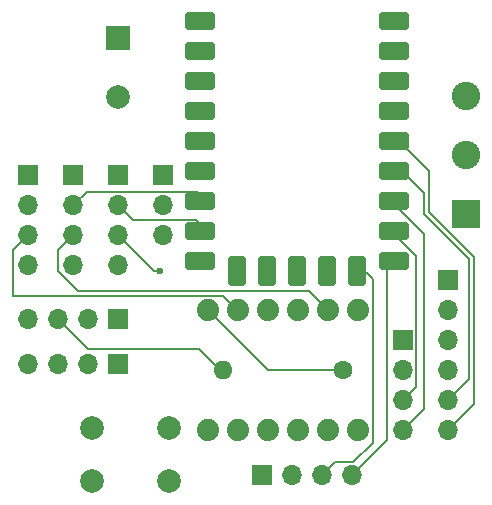
<source format=gbr>
%TF.GenerationSoftware,KiCad,Pcbnew,8.0.7*%
%TF.CreationDate,2025-01-10T12:44:58+00:00*%
%TF.ProjectId,AstroDroid-v1,41737472-6f44-4726-9f69-642d76312e6b,rev?*%
%TF.SameCoordinates,Original*%
%TF.FileFunction,Copper,L2,Inr*%
%TF.FilePolarity,Positive*%
%FSLAX46Y46*%
G04 Gerber Fmt 4.6, Leading zero omitted, Abs format (unit mm)*
G04 Created by KiCad (PCBNEW 8.0.7) date 2025-01-10 12:44:58*
%MOMM*%
%LPD*%
G01*
G04 APERTURE LIST*
G04 Aperture macros list*
%AMRoundRect*
0 Rectangle with rounded corners*
0 $1 Rounding radius*
0 $2 $3 $4 $5 $6 $7 $8 $9 X,Y pos of 4 corners*
0 Add a 4 corners polygon primitive as box body*
4,1,4,$2,$3,$4,$5,$6,$7,$8,$9,$2,$3,0*
0 Add four circle primitives for the rounded corners*
1,1,$1+$1,$2,$3*
1,1,$1+$1,$4,$5*
1,1,$1+$1,$6,$7*
1,1,$1+$1,$8,$9*
0 Add four rect primitives between the rounded corners*
20,1,$1+$1,$2,$3,$4,$5,0*
20,1,$1+$1,$4,$5,$6,$7,0*
20,1,$1+$1,$6,$7,$8,$9,0*
20,1,$1+$1,$8,$9,$2,$3,0*%
G04 Aperture macros list end*
%TA.AperFunction,ComponentPad*%
%ADD10C,2.000000*%
%TD*%
%TA.AperFunction,ComponentPad*%
%ADD11R,2.413000X2.413000*%
%TD*%
%TA.AperFunction,ComponentPad*%
%ADD12C,2.413000*%
%TD*%
%TA.AperFunction,ComponentPad*%
%ADD13R,1.700000X1.700000*%
%TD*%
%TA.AperFunction,ComponentPad*%
%ADD14O,1.700000X1.700000*%
%TD*%
%TA.AperFunction,ComponentPad*%
%ADD15RoundRect,0.400050X-0.899950X-0.400050X0.899950X-0.400050X0.899950X0.400050X-0.899950X0.400050X0*%
%TD*%
%TA.AperFunction,ComponentPad*%
%ADD16RoundRect,0.393700X-0.393700X-0.906300X0.393700X-0.906300X0.393700X0.906300X-0.393700X0.906300X0*%
%TD*%
%TA.AperFunction,ComponentPad*%
%ADD17RoundRect,0.400000X-0.400000X-0.900000X0.400000X-0.900000X0.400000X0.900000X-0.400000X0.900000X0*%
%TD*%
%TA.AperFunction,ComponentPad*%
%ADD18RoundRect,0.400000X-0.900000X-0.400000X0.900000X-0.400000X0.900000X0.400000X-0.900000X0.400000X0*%
%TD*%
%TA.AperFunction,ComponentPad*%
%ADD19O,1.600000X1.600000*%
%TD*%
%TA.AperFunction,ComponentPad*%
%ADD20C,1.600000*%
%TD*%
%TA.AperFunction,ComponentPad*%
%ADD21R,2.000000X2.000000*%
%TD*%
%TA.AperFunction,ComponentPad*%
%ADD22C,1.879600*%
%TD*%
%TA.AperFunction,ViaPad*%
%ADD23C,0.600000*%
%TD*%
%TA.AperFunction,Conductor*%
%ADD24C,0.200000*%
%TD*%
G04 APERTURE END LIST*
D10*
%TO.N,GND*%
%TO.C,SW1*%
X83312000Y-94234000D03*
X76812000Y-94234000D03*
%TO.N,/sw*%
X83312000Y-89734000D03*
X76812000Y-89734000D03*
%TD*%
D11*
%TO.N,Net-(J2-Mtr_PwrA)*%
%TO.C,J2*%
X108458000Y-71628000D03*
D12*
%TO.N,Net-(J2-MtrPwrB)*%
X108458000Y-66629280D03*
%TO.N,GND*%
X108458000Y-61628020D03*
%TD*%
D13*
%TO.N,Net-(J2-Mtr_PwrA)*%
%TO.C,Motor1*%
X106934000Y-77216000D03*
D14*
%TO.N,Net-(J2-MtrPwrB)*%
X106934000Y-79756000D03*
%TO.N,GND*%
X106934000Y-82296000D03*
%TO.N,+3V3*%
X106934000Y-84836000D03*
%TO.N,/EncA*%
X106934000Y-87376000D03*
%TO.N,/EncB*%
X106934000Y-89916000D03*
%TD*%
D13*
%TO.N,Net-(J3-TX)*%
%TO.C,J3*%
X82804000Y-68326000D03*
D14*
%TO.N,Net-(J3-RX)*%
X82804000Y-70866000D03*
%TO.N,GND*%
X82804000Y-73406000D03*
%TD*%
D13*
%TO.N,Net-(WS2812B-2-Out)*%
%TO.C,WS2812B-2*%
X78994000Y-84328000D03*
D14*
%TO.N,GND*%
X76454000Y-84328000D03*
%TO.N,Net-(WS2812B-1-Out)*%
X73914000Y-84328000D03*
%TO.N,+5V*%
X71374000Y-84328000D03*
%TD*%
D13*
%TO.N,Net-(WS2812B-1-Out)*%
%TO.C,WS2812B-1*%
X78994000Y-80518000D03*
D14*
%TO.N,GND*%
X76454000Y-80518000D03*
%TO.N,Net-(WS2812B-1-In)*%
X73914000Y-80518000D03*
%TO.N,+5V*%
X71374000Y-80518000D03*
%TD*%
D15*
%TO.N,+5V*%
%TO.C,RZ1*%
X85951000Y-55297000D03*
%TO.N,GND*%
X85951000Y-57837000D03*
%TO.N,+3V3*%
X85951000Y-60377000D03*
%TO.N,unconnected-(RZ1-GP29-Pad29)*%
X85951000Y-62917000D03*
%TO.N,unconnected-(RZ1-GP28-Pad28)*%
X85951000Y-65457000D03*
%TO.N,/Trigger-1*%
X85951000Y-67997000D03*
%TO.N,/Trigger-2*%
X85951000Y-70537000D03*
%TO.N,/Trigger-3*%
X85951000Y-73077000D03*
%TO.N,/sw*%
X85951000Y-75617000D03*
D16*
%TO.N,/WS2812B*%
X89091000Y-76427000D03*
%TO.N,/Echo-1*%
X91631000Y-76427000D03*
%TO.N,/Echo-2*%
X94171000Y-76427000D03*
%TO.N,/Echo-3*%
X96711000Y-76427000D03*
D17*
%TO.N,/SCL*%
X99251000Y-76427000D03*
D15*
%TO.N,/SDA*%
X102391000Y-75617000D03*
%TO.N,/Headlight*%
X102391000Y-73077000D03*
%TO.N,/Taillight*%
X102391000Y-70537000D03*
%TO.N,/EncA*%
X102391000Y-67997000D03*
D18*
%TO.N,/EncB*%
X102391000Y-65457000D03*
%TO.N,/MtrA*%
X102391000Y-62917000D03*
%TO.N,/MtrB*%
X102391000Y-60377000D03*
%TO.N,Net-(J3-RX)*%
X102391000Y-57837000D03*
%TO.N,Net-(J3-TX)*%
X102391000Y-55297000D03*
%TD*%
D19*
%TO.N,Net-(WS2812B-1-In)*%
%TO.C,R1*%
X87884000Y-84836000D03*
D20*
%TO.N,Net-(B1-HV_TXO_1)*%
X98044000Y-84836000D03*
%TD*%
D14*
%TO.N,/Taillight*%
%TO.C,L298N1*%
X103124000Y-89916000D03*
%TO.N,/Headlight*%
X103124000Y-87376000D03*
%TO.N,/MtrB*%
X103124000Y-84836000D03*
D13*
%TO.N,/MtrA*%
X103124000Y-82296000D03*
%TD*%
%TO.N,+5V*%
%TO.C,HCSR04-3*%
X78994000Y-68326000D03*
D14*
%TO.N,/Trigger-3*%
X78994000Y-70866000D03*
%TO.N,/Echo-HV-3*%
X78994000Y-73406000D03*
%TO.N,GND*%
X78994000Y-75946000D03*
%TD*%
D13*
%TO.N,+5V*%
%TO.C,HCSR04-2*%
X75184000Y-68336000D03*
D14*
%TO.N,/Trigger-2*%
X75184000Y-70876000D03*
%TO.N,/Echo-HV-2*%
X75184000Y-73416000D03*
%TO.N,GND*%
X75184000Y-75956000D03*
%TD*%
D13*
%TO.N,+5V*%
%TO.C,HCSR04-1*%
X71374000Y-68326000D03*
D14*
%TO.N,/Trigger-1*%
X71374000Y-70866000D03*
%TO.N,/Echo-HV-1*%
X71374000Y-73406000D03*
%TO.N,GND*%
X71374000Y-75946000D03*
%TD*%
D10*
%TO.N,GND*%
%TO.C,C1*%
X78994000Y-61722000D03*
D21*
%TO.N,+5V*%
X78994000Y-56722000D03*
%TD*%
D22*
%TO.N,GND*%
%TO.C,B1*%
X94234000Y-89916000D03*
X94234000Y-79756000D03*
%TO.N,+5V*%
X91694000Y-79756000D03*
%TO.N,Net-(B1-HV_TXO_1)*%
X86614000Y-79756000D03*
%TO.N,/Echo-HV-1*%
X89154000Y-79756000D03*
%TO.N,/Echo-HV-2*%
X96774000Y-79756000D03*
%TO.N,/Echo-HV-3*%
X99314000Y-79756000D03*
%TO.N,+3V3*%
X91694000Y-89916000D03*
%TO.N,/WS2812B*%
X86614000Y-89916000D03*
%TO.N,/Echo-1*%
X89154000Y-89916000D03*
%TO.N,/Echo-2*%
X96774000Y-89916000D03*
%TO.N,/Echo-3*%
X99314000Y-89916000D03*
%TD*%
D13*
%TO.N,+3V3*%
%TO.C,ADT1*%
X91186000Y-93726000D03*
D14*
%TO.N,GND*%
X93726000Y-93726000D03*
%TO.N,/SCL*%
X96266000Y-93726000D03*
%TO.N,/SDA*%
X98806000Y-93726000D03*
%TD*%
D23*
%TO.N,/Echo-HV-3*%
X82550000Y-76454000D03*
%TD*%
D24*
%TO.N,/Echo-HV-3*%
X78994000Y-73406000D02*
X82042000Y-76454000D01*
X82042000Y-76454000D02*
X82550000Y-76454000D01*
%TO.N,/Trigger-2*%
X86551000Y-70537000D02*
X85730000Y-69716000D01*
X85730000Y-69716000D02*
X76344000Y-69716000D01*
X76344000Y-69716000D02*
X75184000Y-70876000D01*
%TO.N,/Trigger-3*%
X86551000Y-73077000D02*
X85630000Y-72156000D01*
X85630000Y-72156000D02*
X80284000Y-72156000D01*
X80284000Y-72156000D02*
X78994000Y-70866000D01*
%TO.N,Net-(WS2812B-1-In)*%
X87884000Y-84836000D02*
X87630000Y-84836000D01*
X87630000Y-84836000D02*
X85872000Y-83078000D01*
X85872000Y-83078000D02*
X76474000Y-83078000D01*
X76474000Y-83078000D02*
X73914000Y-80518000D01*
%TO.N,/Echo-HV-2*%
X96774000Y-79756000D02*
X95134200Y-78116200D01*
X73914000Y-74686000D02*
X75184000Y-73416000D01*
X95134200Y-78116200D02*
X75576433Y-78116200D01*
X75576433Y-78116200D02*
X73914000Y-76453767D01*
X73914000Y-76453767D02*
X73914000Y-74686000D01*
%TO.N,/Echo-HV-1*%
X89154000Y-79756000D02*
X87914200Y-78516200D01*
X70134200Y-78516200D02*
X70104000Y-78486000D01*
X87914200Y-78516200D02*
X70134200Y-78516200D01*
X70104000Y-78486000D02*
X70104000Y-74676000D01*
X70104000Y-74676000D02*
X71374000Y-73406000D01*
%TO.N,Net-(B1-HV_TXO_1)*%
X86614000Y-79756000D02*
X91694000Y-84836000D01*
X91694000Y-84836000D02*
X98044000Y-84836000D01*
%TO.N,/SCL*%
X99251000Y-75827000D02*
X100553800Y-77129800D01*
X100553800Y-77129800D02*
X100553800Y-90962200D01*
X100553800Y-90962200D02*
X98940000Y-92576000D01*
X98940000Y-92576000D02*
X97416000Y-92576000D01*
X97416000Y-92576000D02*
X96266000Y-93726000D01*
%TO.N,/SDA*%
X101791000Y-75617000D02*
X101791000Y-90741000D01*
X101791000Y-90741000D02*
X98806000Y-93726000D01*
%TO.N,/Taillight*%
X101791000Y-70537000D02*
X102141022Y-70537000D01*
X102141022Y-70537000D02*
X104902000Y-73297978D01*
X104902000Y-73297978D02*
X104902000Y-88138000D01*
X104902000Y-88138000D02*
X103124000Y-89916000D01*
%TO.N,/Headlight*%
X103124000Y-87376000D02*
X104274000Y-86226000D01*
X104274000Y-86226000D02*
X104274000Y-75209978D01*
X104274000Y-75209978D02*
X102141022Y-73077000D01*
X102141022Y-73077000D02*
X101791000Y-73077000D01*
%TO.N,/EncB*%
X106934000Y-89916000D02*
X109112000Y-87738000D01*
X109112000Y-87738000D02*
X109112000Y-75272314D01*
X109112000Y-75272314D02*
X105302000Y-71462314D01*
X105302000Y-71462314D02*
X105302000Y-67964000D01*
X105302000Y-67964000D02*
X102795000Y-65457000D01*
X102795000Y-65457000D02*
X101791000Y-65457000D01*
%TO.N,/EncA*%
X104902000Y-71628000D02*
X104902000Y-69850000D01*
X106934000Y-87376000D02*
X108712000Y-85598000D01*
X108712000Y-75438000D02*
X104902000Y-71628000D01*
X108712000Y-85598000D02*
X108712000Y-75438000D01*
X104902000Y-69850000D02*
X103049000Y-67997000D01*
X103049000Y-67997000D02*
X101791000Y-67997000D01*
%TD*%
M02*

</source>
